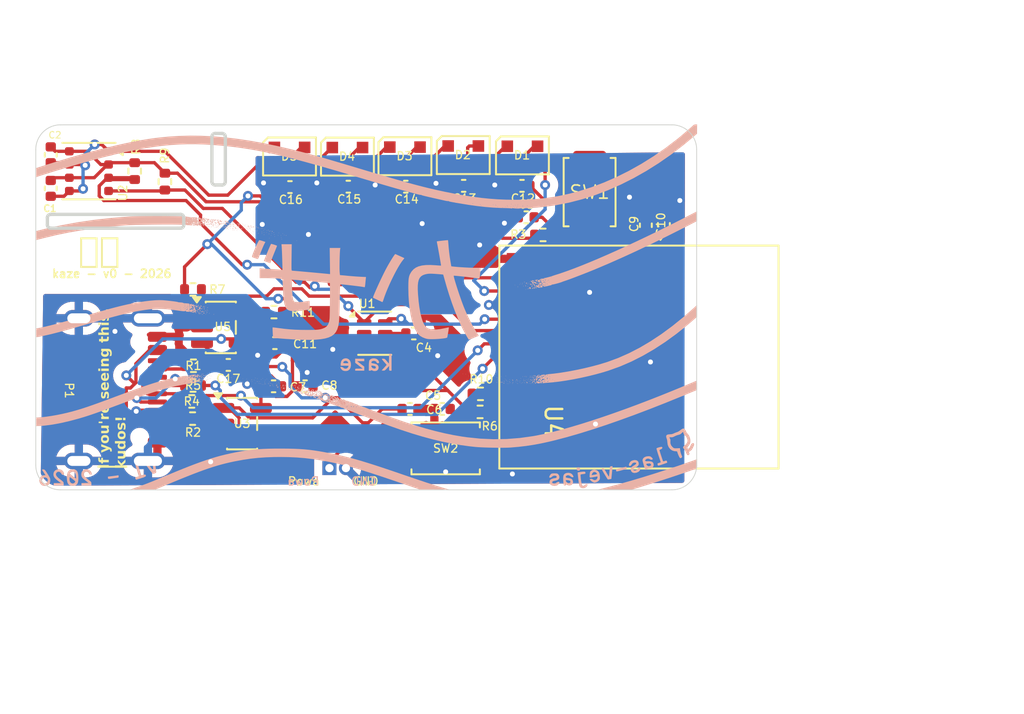
<source format=kicad_pcb>
(kicad_pcb (version 20241229) (generator "pcbnew") (generator_version "9.0")
  (layers (0 "F.Cu" signal) (2 "B.Cu" signal) (13 "F.Paste" user) (15 "B.Paste" user) (5 "F.SilkS" user "F.Silkscreen") (7 "B.SilkS" user "B.Silkscreen") (1 "F.Mask" user) (3 "B.Mask" user) (25 "Edge.Cuts" user))
  (net 0 "")
  (net 1 "+BATT")
  (net 2 "GND")
  (net 3 "+3V3")
  (net 4 "/STAT")
  (net 5 "+5V")
  (net 6 "/D-")
  (net 7 "Net-(P1-D--PadA7)")
  (net 8 "/D+")
  (net 9 "Net-(P1-D+-PadA6)")
  (net 10 "Net-(P1-CC2)")
  (net 11 "Net-(P1-CC1)")
  (net 12 "Net-(D1-DOUT)")
  (net 13 "/LED")
  (net 14 "Net-(D2-DOUT)")
  (net 15 "Net-(D3-DOUT)")
  (net 16 "Net-(D4-DOUT)")
  (net 18 "Net-(U4-IO8)")
  (net 19 "Net-(U5-PROG)")
  (net 25 "/IO3")
  (net 30 "/IO2")
  (net 39 "/boot")
  (net 42 "/SDA")
  (net 43 "/SCL")
  (net 44 "/EN")
  (footprint "Capacitor_SMD:C_0402_1005Metric" (layer "F.Cu") (at 157.6096 82.931)
    (property "Reference" "C17")
    (property "Value" "4.7uF")
  )
  (footprint "Capacitor_SMD:C_0402_1005Metric" (layer "F.Cu") (at 160.429 81.6102)
    (property "Reference" "C11")
    (property "Value" "4.7uF")
  )
  (footprint "Resistor_SMD:R_0402_1005Metric" (layer "F.Cu") (at 172.847 85.7758)
    (property "Reference" "R6")
    (property "Value" "10k")
  )
  (footprint "Capacitor_SMD:C_0402_1005Metric" (layer "F.Cu") (at 160.3502 84.2264)
    (property "Reference" "C7")
    (property "Value" "10uF")
  )
  (footprint "Resistor_SMD:R_0402_1005Metric" (layer "F.Cu") (at 155.448 86.1822)
    (property "Reference" "R2")
    (property "Value" "5.1k")
  )
  (footprint "Button_Switch_SMD:SW_Push_SPST_NO_Alps_SKRK" (layer "F.Cu") (at 179.4764 72.4662 -90)
    (property "Reference" "SW1")
    (property "Value" "SW_Push")
  )
  (footprint "LED_SMD:LED_WS2812B-2020_PLCC4_2.0x2.0mm" (layer "F.Cu") (at 175.4112 70.2388)
    (property "Reference" "D1")
    (property "Value" "WS2812B-2020")
  )
  (footprint "Resistor_SMD:R_0402_1005Metric" (layer "F.Cu") (at 155.4714 78.359)
    (property "Reference" "R7")
    (property "Value" "10k")
  )
  (footprint "LED_SMD:LED_WS2812B-2020_PLCC4_2.0x2.0mm" (layer "F.Cu") (at 171.8304 70.2222)
    (property "Reference" "D2")
    (property "Value" "WS2812B-2020")
  )
  (footprint "Capacitor_SMD:C_0402_1005Metric" (layer "F.Cu") (at 171.8538 72.0852 180)
    (property "Reference" "C13")
    (property "Value" "100nF")
  )
  (footprint "Resistor_SMD:R_0402_1005Metric" (layer "F.Cu") (at 151.9428 71.1942 90)
    (property "Reference" "R8")
    (property "Value" "4.7k")
  )
  (footprint "Capacitor_SMD:C_0402_1005Metric" (layer "F.Cu") (at 168.8338 81.026)
    (property "Reference" "C4")
    (property "Value" "1uF")
  )
  (footprint "Capacitor_SMD:C_0402_1005Metric" (layer "F.Cu") (at 182.88 74.4728 90)
    (property "Reference" "C10")
    (property "Value" "100nF")
  )
  (footprint "Connector_USB:USB_C_Receptacle_GCT_USB4105-xx-A_16P_TopMnt_Horizontal" (layer "F.Cu") (at 149.6396 84.4276 -90)
    (property "Reference" "P1")
    (property "Value" "USB_C_Plug_USB2.0")
  )
  (footprint "Resistor_SMD:R_0402_1005Metric" (layer "F.Cu") (at 153.7716 71.8292 90)
    (property "Reference" "R9")
    (property "Value" "4.7k")
  )
  (footprint "Package_TO_SOT_SMD:SOT-23-5" (layer "F.Cu") (at 158.4452 86.487)
    (property "Reference" "U3")
    (property "Value" "AP2112K-3.3")
  )
  (footprint "Package_TO_SOT_SMD:SOT-23-5" (layer "F.Cu") (at 157.1553 80.6602)
    (property "Reference" "U5")
    (property "Value" "MCP73831-2-OT")
  )
  (footprint "Resistor_SMD:R_0402_1005Metric" (layer "F.Cu") (at 155.4988 82.9818)
    (property "Reference" "R1")
    (property "Value" "5.1k")
  )
  (footprint "Capacitor_SMD:C_0402_1005Metric" (layer "F.Cu") (at 170.561 85.598 180)
    (property "Reference" "C5")
    (property "Value" "100nF")
  )
  (footprint "Capacitor_SMD:C_0402_1005Metric" (layer "F.Cu") (at 175.641 73.9902 180)
    (property "Reference" "C3")
    (property "Value" "1uF")
  )
  (footprint "RF_Module:ESP32-C6-MINI-1" (layer "F.Cu") (at 179.762 82.4546 -90)
    (property "Reference" "U4")
    (property "Value" "ESP32-C6-MINI-1")
  )
  (footprint "Resistor_SMD:R_0402_1005Metric" (layer "F.Cu") (at 155.3972 85.1408)
    (property "Reference" "R4")
    (property "Value" "22")
  )
  (footprint "LED_SMD:LED_WS2812B-2020_PLCC4_2.0x2.0mm" (layer "F.Cu") (at 164.8194 70.315)
    (property "Reference" "D4")
    (property "Value" "WS2812B-2020")
  )
  (footprint "Capacitor_SMD:C_0402_1005Metric" (layer "F.Cu") (at 175.3844 72.0852 180)
    (property "Reference" "C12")
    (property "Value" "100nF")
  )
  (footprint "LED_SMD:LED_WS2812B-2020_PLCC4_2.0x2.0mm" (layer "F.Cu") (at 168.2992 70.2896)
    (property "Reference" "D3")
    (property "Value" "WS2812B-2020")
  )
  (footprint "Resistor_SMD:R_0402_1005Metric" (layer "F.Cu") (at 160.3736 79.7306 180)
    (property "Reference" "R11")
    (property "Value" "2.4k")
  )
  (footprint "Capacitor_SMD:C_0402_1005Metric" (layer "F.Cu") (at 168.3512 72.136 180)
    (property "Reference" "C14")
    (property "Value" "100nF")
  )
  (footprint "LED_SMD:LED_WS2812B-2020_PLCC4_2.0x2.0mm" (layer "F.Cu") (at 161.3142 70.3072)
    (property "Reference" "D5")
    (property "Value" "WS2812B-2020")
  )
  (footprint "Connector_PinHeader_1.00mm:PinHeader_2x01_P1.00mm_Vertical" (layer "F.Cu") (at 163.7284 89.1794)
    (property "Reference" "J1" (hide yes))
    (property "Value" "Conn_01x02_Pin")
  )
  (footprint "Resistor_SMD:R_0402_1005Metric" (layer "F.Cu") (at 172.8724 84.6836)
    (property "Reference" "R10")
    (property "Value" "10k")
  )
  (footprint "Package_LGA:Bosch_LGA-8_3x3mm_P0.8mm_ClockwisePinNumbering" (layer "F.Cu") (at 149.1742 71.1942 -90)
    (property "Reference" "U2")
    (property "Value" "BME680")
  )
  (footprint "Capacitor_SMD:C_0402_1005Metric" (layer "F.Cu") (at 168.6052 85.598)
    (property "Reference" "C6")
    (property "Value" "10uF")
  )
  (footprint "Resistor_SMD:R_0402_1005Metric" (layer "F.Cu") (at 155.4734 84.1756)
    (property "Reference" "R5")
    (property "Value" "22")
  )
  (footprint "Resistor_SMD:R_0402_1005Metric" (layer "F.Cu") (at 176.657 75.057)
    (property "Reference" "R3")
    (property "Value" "10k")
  )
  (footprint "Button_Switch_SMD:SW_Push_SPST_NO_Alps_SKRK" (layer "F.Cu") (at 170.7642 87.9856)
    (property "Reference" "SW2")
    (property "Value" "SW_Push")
  )
  (footprint "OptoDevice:AMS_TSL25911FN" (layer "F.Cu") (at 166.4691 81.011)
    (property "Reference" "U1")
    (property "Value" "TSL25911FN")
  )
  (footprint "Capacitor_SMD:C_0402_1005Metric" (layer "F.Cu") (at 162.2552 84.2264)
    (property "Reference" "C8")
    (property "Value" "100nF")
  )
  (footprint "Capacitor_SMD:C_0402_1005Metric" (layer "F.Cu") (at 183.9722 74.4448 90)
    (property "Reference" "C9")
    (property "Value" "22uf")
  )
  (footprint "Capacitor_SMD:C_0402_1005Metric" (layer "F.Cu") (at 164.8714 72.136 180)
    (property "Reference" "C15")
    (property "Value" "100nF")
  )
  (footprint "Capacitor_SMD:C_0402_1005Metric" (layer "F.Cu") (at 161.3408 72.1614 180)
    (property "Reference" "C16")
    (property "Value" "100nF")
  )
  (footprint "Capacitor_SMD:C_0402_1005Metric" (layer "F.Cu") (at 146.8628 72.2376 -90)
    (property "Reference" "C1")
    (property "Value" "100nF")
  )
  (footprint "Capacitor_SMD:C_0402_1005Metric" (layer "F.Cu") (at 146.8628 70.2056 -90)
    (property "Reference" "C2")
    (property "Value" "100nF")
  )
  (footprint "LOGO" (layer "B.Cu") (at 165.9636 79.4258 180)
    (property "Reference" "G***" (hide yes))
    (property "Value" "LOGO" (hide yes))
  )
  (gr_line (start 145.9563 88.998) (end 145.9563 69.8898) (stroke (width 0.05)) (layer "Edge.Cuts"))
  (gr_line (start 185.9563 69.8898) (end 185.9563 88.998) (stroke (width 0.05)) (layer "Edge.Cuts"))
  (gr_line (start 156.6164 71.8344) (end 156.6164 69.1102) (stroke (width 0.2)) (layer "Edge.Cuts"))
  (gr_arc (start 145.9563 69.8898) (mid 146.39564 68.82914) (end 147.4563 68.3898) (stroke (width 0.05)) (layer "Edge.Cuts"))
  (gr_line (start 146.6596 74.4506) (end 146.6596 74.0124) (stroke (width 0.2)) (layer "Edge.Cuts"))
  (gr_arc (start 154.9146 74.4506) (mid 154.856021 74.592021) (end 154.7146 74.6506) (stroke (width 0.2)) (layer "Edge.Cuts"))
  (gr_line (start 157.4292 69.1102) (end 157.4292 71.8344) (stroke (width 0.2)) (layer "Edge.Cuts"))
  (gr_line (start 154.7146 74.6506) (end 146.8596 74.6506) (stroke (width 0.2)) (layer "Edge.Cuts"))
  (gr_line (start 154.9146 74.0124) (end 154.9146 74.4506) (stroke (width 0.2)) (layer "Edge.Cuts"))
  (gr_line (start 156.8164 68.9102) (end 157.2292 68.9102) (stroke (width 0.2)) (layer "Edge.Cuts"))
  (gr_arc (start 146.6596 74.0124) (mid 146.718179 73.870979) (end 146.8596 73.8124) (stroke (width 0.2)) (layer "Edge.Cuts"))
  (gr_line (start 184.4563 90.498) (end 147.4563 90.498) (stroke (width 0.05)) (layer "Edge.Cuts"))
  (gr_arc (start 147.4563 90.498) (mid 146.39564 90.05866) (end 145.9563 88.998) (stroke (width 0.05)) (layer "Edge.Cuts"))
  (gr_arc (start 157.2292 68.9102) (mid 157.370621 68.968779) (end 157.4292 69.1102) (stroke (width 0.2)) (layer "Edge.Cuts"))
  (gr_arc (start 185.9563 88.998) (mid 185.51696 90.05866) (end 184.4563 90.498) (stroke (width 0.05)) (layer "Edge.Cuts"))
  (gr_arc (start 146.8596 74.6506) (mid 146.718179 74.592021) (end 146.6596 74.4506) (stroke (width 0.2)) (layer "Edge.Cuts"))
  (gr_arc (start 157.4292 71.8344) (mid 157.370621 71.975821) (end 157.2292 72.0344) (stroke (width 0.2)) (layer "Edge.Cuts"))
  (gr_arc (start 184.4563 68.3898) (mid 185.51696 68.82914) (end 185.9563 69.8898) (stroke (width 0.05)) (layer "Edge.Cuts"))
  (gr_arc (start 154.7146 73.8124) (mid 154.856021 73.870979) (end 154.9146 74.0124) (stroke (width 0.2)) (layer "Edge.Cuts"))
  (gr_arc (start 156.6164 69.1102) (mid 156.674979 68.968779) (end 156.8164 68.9102) (stroke (width 0.2)) (layer "Edge.Cuts"))
  (gr_line (start 147.4563 68.3898) (end 184.4563 68.3898) (stroke (width 0.05)) (layer "Edge.Cuts"))
  (gr_line (start 146.8596 73.8124) (end 154.7146 73.8124) (stroke (width 0.2)) (layer "Edge.Cuts"))
  (gr_arc (start 156.8164 72.0344) (mid 156.674979 71.975821) (end 156.6164 71.8344) (stroke (width 0.2)) (layer "Edge.Cuts"))
  (gr_line (start 157.2292 72.0344) (end 156.8164 72.0344) (stroke (width 0.2)) (layer "Edge.Cuts"))
  (gr_text "If you're seeing this, \nkudos!" (at 151.4856 89.2302 90) (layer "F.SilkS") (effects (font (size 0.6 0.6) (thickness 0.15) (bold yes)) (justify left bottom)))
  (gr_text "かぜ" (at 148.5392 76.9366 0) (layer "F.SilkS") (effects (font (size 1.5 1.5) (thickness 0.3) (bold yes)) (justify left bottom)))
  (gr_text "kaze - v0 - 2026" (at 146.8882 77.6986 0) (layer "F.SilkS") (effects (font (size 0.5 0.5) (thickness 0.1) (bold yes)) (justify left bottom)))
  (segment (start 165.735 86.4362) (end 166.084 86.4362) (width 0.2) (layer "F.Cu") (net 1))
  (segment (start 163.9316 84.9218) (end 164.2206 84.9218) (width 0.2) (layer "F.Cu") (net 1))
  (segment (start 168.1252 85.598) (end 166.9222 85.598) (width 0.2) (layer "F.Cu") (net 1))
  (segment (start 157.7406 83.542) (end 158.4438 83.542) (width 0.2) (layer "F.Cu") (net 1))
  (segment (start 157.1296 82.931) (end 157.7406 83.542) (width 0.2) (layer "F.Cu") (net 1))
  (segment (start 157.662168 85.537) (end 158.2712 86.146032) (width 0.2) (layer "F.Cu") (net 1))
  (segment (start 163.7284 88.7918) (end 166.084 86.4362) (width 0.2) (layer "F.Cu") (net 1))
  (segment (start 163.7284 89.1794) (end 163.7284 88.7918) (width 0.2) (layer "F.Cu") (net 1))
  (segment (start 163.4744 84.9218) (end 163.9316 84.9218) (width 0.2) (layer "F.Cu") (net 1))
  (segment (start 157.970199 87.437) (end 157.3077 87.437) (width 0.2) (layer "F.Cu") (net 1))
  (segment (start 166.9222 85.598) (end 166.084 86.4362) (width 0.2) (layer "F.Cu") (net 1))
  (segment (start 164.2206 84.9218) (end 165.735 86.4362) (width 0.2) (layer "F.Cu") (net 1))
  (segment (start 158.4438 83.542) (end 158.9532 83.0326) (width 0.2) (layer "F.Cu") (net 1))
  (segment (start 158.9532 83.0326) (end 160.857204 83.0326) (width 0.2) (layer "F.Cu") (net 1))
  (segment (start 157.3077 85.537) (end 157.662168 85.537) (width 0.2) (layer "F.Cu") (net 1))
  (segment (start 157.1296 82.931) (end 157.1296 82.722) (width 0.2) (layer "F.Cu") (net 1))
  (segment (start 158.2712 86.146032) (end 158.2712 87.135999) (width 0.2) (layer "F.Cu") (net 1))
  (segment (start 158.278232 85.537) (end 158.879232 86.138) (width 0.2) (layer "F.Cu") (net 1))
  (segment (start 157.1296 82.722) (end 156.0178 81.6102) (width 0.2) (layer "F.Cu") (net 1))
  (segment (start 157.3077 85.537) (end 158.278232 85.537) (width 0.2) (layer "F.Cu") (net 1))
  (segment (start 158.2712 87.135999) (end 157.970199 87.437) (width 0.2) (layer "F.Cu") (net 1))
  (segment (start 162.7154 86.138) (end 163.9316 84.9218) (width 0.2) (layer "F.Cu") (net 1))
  (segment (start 158.879232 86.138) (end 162.7154 86.138) (width 0.2) (layer "F.Cu") (net 1))
  (segment (start 160.857204 83.0326) (end 160.874432 83.049828) (width 0.2) (layer "F.Cu") (net 1))
  (via (at 160.874432 83.049828) (size 0.6) (drill 0.3) (layers "F.Cu" "B.Cu") (net 1))
  (via (at 163.4744 84.9218) (size 0.6) (drill 0.3) (layers "F.Cu" "B.Cu") (net 1))
  (segment (start 162.052 84.9218) (end 161.349404 84.219204) (width 0.2) (layer "B.Cu") (net 1))
  (segment (start 161.349404 84.219204) (end 161.349404 83.5248) (width 0.2) (layer "B.Cu") (net 1))
  (segment (start 161.349404 83.5248) (end 160.874432 83.049828) (width 0.2) (layer "B.Cu") (net 1))
  (segment (start 163.4744 84.9218) (end 162.052 84.9218) (width 0.2) (layer "B.Cu") (net 1))
  (segment (start 160.3992 70.8572) (end 160.3992 71.6998) (width 0.2) (layer "F.Cu") (net 2))
  (segment (start 155.958 88.2162) (end 156.5402 88.7984) (width 0.2) (layer "F.Cu") (net 2))
  (segment (start 162.3822 83.8734) (end 162.7352 84.2264) (width 0.2) (layer "F.Cu") (net 2))
  (segment (start 155.958 86.1822) (end 155.958 88.2162) (width 0.2) (layer "F.Cu") (net 2))
  (segment (start 153.9234 82.6776) (end 154.559 82.042) (width 0.2) (layer "F.Cu") (net 2))
  (segment (start 167.3842 71.649) (end 167.8712 72.136) (width 0.2) (layer "F.Cu") (net 2))
  (segment (start 150.3617 69.9942) (end 153.7717 69.9942) (width 0.2) (layer "F.Cu") (net 2))
  (segment (start 160.909 82.042) (end 160.909 81.6102) (width 0.2) (layer "F.Cu") (net 2))
  (segment (start 175.9524 79.2546) (end 175.9712 79.2734) (width 0.2) (layer "F.Cu") (net 2))
  (segment (start 174.4962 70.7888) (end 174.4962 71.677) (width 0.2) (layer "F.Cu") (net 2))
  (segment (start 159.2422 83.5914) (end 158.75 84.0836) (width 0.2) (layer "F.Cu") (net 2))
  (segment (start 160.909 79.756) (end 160.8836 79.7306) (width 0.2) (layer "F.Cu") (net 2))
  (segment (start 170.9154 70.7722) (end 170.9154 71.6268) (width 0.2) (layer "F.Cu") (net 2))
  (segment (start 149.946185 69.578685) (end 150.3617 69.9942) (width 0.2) (layer "F.Cu") (net 2))
  (segment (start 174.862 79.2546) (end 173.4246 79.2546) (width 0.2) (layer "F.Cu") (net 2))
  (segment (start 154.2546 81.2276) (end 153.3196 81.2276) (width 0.2) (layer "F.Cu") (net 2))
  (segment (start 157.3077 86.487) (end 156.2628 86.487) (width 0.2) (layer "F.Cu") (net 2))
  (segment (start 148.8992 70.7942) (end 148.9456 70.8406) (width 0.2) (layer "F.Cu") (net 2))
  (segment (start 157.5762 72.6494) (end 159.3684 70.8572) (width 0.2) (layer "F.Cu") (net 2))
  (segment (start 153.3196 82.6776) (end 153.9234 82.6776) (width 0.2) (layer "F.Cu") (net 2))
  (segment (start 159.3684 70.8572) (end 160.3992 70.8572) (width 0.2) (layer "F.Cu") (net 2))
  (segment (start 167.3842 70.8396) (end 167.3842 71.649) (width 0.2) (layer "F.Cu") (net 2))
  (segment (start 174.862 76.5546) (end 174.812 76.5046) (width 0.2) (layer "F.Cu") (net 2))
  (segment (start 148.6874 72.3942) (end 148.8186 72.263) (width 0.2) (layer "F.Cu") (net 2))
  (segment (start 153.3196 85.6776) (end 152.094035 85.6776) (width 0.2) (layer "F.Cu") (net 2))
  (segment (start 153.7717 69.9942) (end 156.4269 72.6494) (width 0.2) (layer "F.Cu") (net 2))
  (segment (start 147.9867 70.7942) (end 148.8992 70.7942) (width 0.2) (layer "F.Cu") (net 2))
  (segment (start 175.762 77.2608) (end 176.2506 77.7494) (width 0.2) (layer "F.Cu") (net 2))
  (segment (start 159.4866 82.4484) (end 160.5026 82.4484) (width 0.2) (layer "F.Cu") (net 2))
  (segment (start 163.9044 71.649) (end 164.3914 72.136) (width 0.2) (layer "F.Cu") (net 2))
  (segment (start 175.762 76.5546) (end 174.862 76.5546) (width 0.2) (layer "F.Cu") (net 2))
  (segment (start 160.8302 84.2264) (end 160.1952 83.5914) (width 0.2) (layer "F.Cu") (net 2))
  (segment (start 156.2628 86.487) (end 155.958 86.1822) (width 0.2) (layer "F.Cu") (net 2))
  (segment (start 146.8628 70.6856) (end 147.8781 70.6856) (width 0.2) (layer "F.Cu") (net 2))
  (segment (start 174.812 89.5258) (end 174.8028 89.535) (width 0.2) (layer "F.Cu") (net 2))
  (segment (start 175.762 76.5546) (end 175.762 77.2608) (width 0.2) (layer "F.Cu") (net 2))
  (segment (start 149.521715 69.578685) (end 149.946185 69.578685) (width 0.2) (layer "F.Cu") (net 2))
  (segment (start 173.4246 79.2546) (end 173.3804 79.2988) (width 0.2) (layer "F.Cu") (net 2))
  (segment (start 170.9154 71.6268) (end 171.3738 72.0852) (width 0.2) (layer "F.Cu") (net 2))
  (segment (start 160.3992 71.6998) (end 160.8608 72.1614) (width 0.2) (layer "F.Cu") (net 2))
  (segment (start 174.862 79.2546) (end 175.9524 79.2546) (width 0.2) (layer "F.Cu") (net 2))
  (segment (start 159.385 82.3468) (end 159.4866 82.4484) (width 0.2) (layer "F.Cu") (net 2))
  (segment (start 163.9044 70.865) (end 163.9044 71.649) (width 0.2) (layer "F.Cu") (net 2))
  (segment (start 160.5026 82.4484) (end 160.909 82.042) (width 0.2) (layer "F.Cu") (net 2))
  (segment (start 156.4269 72.6494) (end 157.5762 72.6494) (width 0.2) (layer "F.Cu") (net 2))
  (segment (start 174.4962 71.677) (end 174.9044 72.0852) (width 0.2) (layer "F.Cu") (net 2))
  (segment (start 158.6738 82.3468) (end 159.385 82.3468) (width 0.2) (layer "F.Cu") (net 2))
  (segment (start 175.161 73.9902) (end 174.6758 73.9902) (width 0.2) (layer "F.Cu") (net 2))
  (segment (start 147.9867 72.3942) (end 148.6874 72.3942) (width 0.2) (layer "F.Cu") (net 2))
  (segment (start 160.909 81.6102) (end 160.909 79.756) (width 0.2) (layer "F.Cu") (net 2))
  (segment (start 158.0896 82.931) (end 158.6738 82.3468) (width 0.2) (layer "F.Cu") (net 2))
  (segment (start 156.0088 82.9818) (end 154.2546 81.2276) (width 0.2) (layer "F.Cu") (net 2))
  (segment (start 162.3822 83.3882) (end 162.3822 83.8734) (width 0.2) (layer "F.Cu") (net 2))
  (segment (start 147.8781 70.6856) (end 147.9867 70.7942) (width 0.2) (layer "F.Cu") (net 2))
  (segment (start 152.094035 85.6776) (end 152.0348 85.736835) (width 0.2) (layer "F.Cu") (net 2))
  (segment (start 174.812 88.4046) (end 174.812 89.5258) (width 0.2) (layer "F.Cu") (net 2))
  (segment (start 160.1952 83.5914) (end 159.2422 83.5914) (width 0.2) (layer "F.Cu") (net 2))
  (segment (start 146.8628 72.7176) (end 147.6633 72.7176) (width 0.2) (layer "F.Cu") (net 2))
  (segment (start 147.6633 72.7176) (end 147.9867 72.3942) (width 0.2) (layer "F.Cu") (net 2))
  (segment (start 174.6758 73.9902) (end 174.3202 74.3458) (width 0.2) (layer "F.Cu") (net 2))
  (via (at 181.8894 72.771) (size 0.6) (drill 0.3) (layers "F.Cu" "B.Cu") (net 2))
  (via (at 170.7642 89.408) (size 0.6) (drill 0.3) (layers "F.Cu" "B.Cu") (net 2))
  (via (at 170.18 71.9328) (size 0.6) (drill 0.3) (layers "F.Cu" "B.Cu") (net 2))
  (via (at 158.75 84.0836) (size 0.6) (drill 0.3) (layers "F.Cu" "B.Cu") (net 2))
  (via (at 162.4584 75.0316) (size 0.6) (drill 0.3) (layers "F.Cu" "B.Cu") (net 2))
  (via (at 152.0348 85.736835) (size 0.6) (drill 0.3) (layers "F.Cu" "B.Cu") (net 2))
  (via (at 150.749 80.899) (size 0.6) (drill 0.3) (layers "F.Cu" "B.Cu") (net 2))
  (via (at 169.3418 74.3712) (size 0.6) (drill 0.3) (layers "F.Cu" "B.Cu") (net 2))
  (via (at 173.3804 79.2988) (size 0.6) (drill 0.3) (layers "F.Cu" "B.Cu") (net 2))
  (via (at 166.497 72.0344) (size 0.6) (drill 0.3) (layers "F.Cu" "B.Cu") (net 2))
  (via (at 159.385 82.3468) (size 0.6) (drill 0.3) (layers "F.Cu" "B.Cu") (net 2))
  (via (at 179.4764 78.5368) (size 0.6) (drill 0.3) (layers "F.Cu" "B.Cu") (net 2))
  (via (at 170.2816 82.3722) (size 0.6) (drill 0.3) (layers "F.Cu" "B.Cu") (net 2))
  (via (at 174.8028 89.535) (size 0.6) (drill 0.3) (layers "F.Cu" "B.Cu") (net 2))
  (via (at 163.9316 81.9912) (size 0.6) (drill 0.3) (layers "F.Cu" "B.Cu") (net 2))
  (via (at 183.1594 82.7532) (size 0.6) (drill 0.3) (layers "F.Cu" "B.Cu") (net 2))
  (via (at 159.6644 74.422) (size 0.6) (drill 0.3) (layers "F.Cu" "B.Cu") (net 2))
  (via (at 174.3202 74.3458) (size 0.6) (drill 0.3) (layers "F.Cu" "B.Cu") (net 2))
  (via (at 148.9456 70.8406) (size 0.6) (drill 0.3) (layers "F.Cu" "B.Cu") (net 2))
  (via (at 162.3822 83.3882) (size 0.6) (drill 0.3) (layers "F.Cu" "B.Cu") (net 2))
  (via (at 184.9374 72.9742) (size 0.6) (drill 0.3) (layers "F.Cu" "B.Cu") (net 2))
  (via (at 173.736 72.0344) (size 0.6) (drill 0.3) (layers "F.Cu" "B.Cu") (net 2))
  (via (at 149.521715 69.578685) (size 0.6) (drill 0.3) (layers "F.Cu" "B.Cu") (net 2))
  (via (at 162.9664 71.9074) (size 0.6) (drill 0.3) (layers "F.Cu" "B.Cu") (net 2))
  (via (at 179.832 86.5124) (size 0.6) (drill 0.3) (layers "F.Cu" "B.Cu") (net 2))
  (via (at 156.5402 88.7984) (size 0.6) (drill 0.3) (layers "F.Cu" "B.Cu") (net 2))
  (via (at 159.7406 71.9074) (size 0.6) (drill 0.3) (layers "F.Cu" "B.Cu") (net 2))
  (via (at 172.8216 75.6666) (size 0.6) (drill 0.3) (layers "F.Cu" "B.Cu") (net 2))
  (via (at 148.8186 72.263) (size 0.6) (drill 0.3) (layers "F.Cu" "B.Cu") (net 2))
  (segment (start 148.9456 70.1548) (end 149.521715 69.578685) (width 0.2) (layer "B.Cu") (net 2))
  (segment (start 148.8186 72.263) (end 148.8186 70.9676) (width 0.2) (layer "B.Cu") (net 2))
  (segment (start 148.8186 70.9676) (end 148.9456 70.8406) (width 0.2) (layer "B.Cu") (net 2))
  (segment (start 159.385 83.4486) (end 158.75 84.0836) (width 0.2) (layer "B.Cu") (net 2))
  (segment (start 159.385 82.3468) (end 159.385 83.4486) (width 0.2) (layer "B.Cu") (net 2))
  (segment (start 148.9456 70.8406) (end 148.9456 70.1548) (width 0.2) (layer "B.Cu") (net 2))
  (segment (start 172.3624 84.6836) (end 172.3624 85.7504) (width 0.2) (layer "F.Cu") (net 3))
  (segment (start 172.3338 72.0852) (end 173.172 72.9234) (width 0.2) (layer "F.Cu") (net 3))
  (segment (start 175.0262 72.9234) (end 175.8644 72.0852) (width 0.2) (layer "F.Cu") (net 3))
  (segment (start 171.7228 72.6962) (end 172.3338 72.0852) (width 0.2) (layer "F.Cu") (net 3))
  (segment (start 161.5782 71.9188) (end 161.8208 72.1614) (width 0.2) (layer "F.Cu") (net 3))
  (segment (start 165.0834 70.214) (end 165.0834 71.868) (width 0.2) (layer "F.Cu") (net 3))
  (segment (start 183.9442 74.9528) (end 183.9722 74.9248) (width 0.2) (layer "F.Cu") (net 3))
  (segment (start 161.4932 82.677) (end 161.49 82.6738) (width 0.2) (layer "F.Cu") (net 3))
  (segment (start 161.7752 84.2264) (end 161.4932 83.9444) (width 0.2) (layer "F.Cu") (net 3))
  (segment (start 159.5374 72.6948) (end 159.893 73.0504) (width 0.2) (layer "F.Cu") (net 3))
  (segment (start 172.7454 69.6722) (end 172.1954 69.6722) (width 0.2) (layer "F.Cu") (net 3))
  (segment (start 170.8912 84.4804) (end 164.5158 84.4804) (width 0.2) (layer "F.Cu") (net 3))
  (segment (start 161.8208 72.1614) (end 162.7098 73.0504) (width 0.2) (layer "F.Cu") (net 3))
  (segment (start 168.3538 81.943) (end 170.8912 84.4804) (width 0.2) (layer "F.Cu") (net 3))
  (segment (start 172.0944 71.8458) (end 172.3338 72.0852) (width 0.2) (layer "F.Cu") (net 3))
  (segment (start 168.5632 71.868) (end 168.8312 72.136) (width 0.2) (layer "F.Cu") (net 3))
  (segment (start 149.0887 69.9942) (end 149.8887 70.7942) (width 0.2) (layer "F.Cu") (net 3))
  (segment (start 161.49 79.3798) (end 161.49 82.6738) (width 0.2) (layer "F.Cu") (net 3))
  (segment (start 168.1454 72.8218) (end 168.8312 72.136) (width 0.2) (layer "F.Cu") (net 3))
  (segment (start 182.88 74.9528) (end 182.8266 74.9528) (width 0.2) (layer "F.Cu") (net 3))
  (segment (start 164.5158 84.4804) (end 162.7092 82.6738) (width 0.2) (layer "F.Cu") (net 3))
  (segment (start 173.7106 74.7776) (end 173.7106 73.773343) (width 0.2) (layer "F.Cu") (net 3))
  (segment (start 168.8312 72.136) (end 169.3914 72.6962) (width 0.2) (layer "F.Cu") (net 3))
  (segment (start 147.1314 69.9942) (end 146.8628 69.7256) (width 0.2) (layer "F.Cu") (net 3))
  (segment (start 172.0944 69.7732) (end 172.0944 71.8458) (width 0.2) (layer "F.Cu") (net 3))
  (segment (start 147.9867 71.5942) (end 147.0262 71.5942) (width 0.2) (layer "F.Cu") (net 3))
  (segment (start 175.6752 71.896) (end 175.8644 72.0852) (width 0.2) (layer "F.Cu") (net 3))
  (segment (start 156.2608 73.0504) (end 159.893 73.0504) (width 0.2) (layer "F.Cu") (net 3))
  (segment (start 158.8008 72.6948) (end 159.5374 72.6948) (width 0.2) (layer "F.Cu") (net 3))
  (segment (start 182.8266 74.9528) (end 182.162 75.6174) (width 0.2) (layer "F.Cu") (net 3))
  (segment (start 168.3538 81.026) (end 167.1216 81.026) (width 0.2) (layer "F.Cu") (net 3))
  (segment (start 161.5782 70.2062) (end 161.5782 71.9188) (width 0.2) (layer "F.Cu") (net 3))
  (segment (start 169.0122 69.7396) (end 168.5632 70.1886) (width 0.2) (layer "F.Cu") (net 3))
  (segment (start 161.032293 78.922093) (end 161.49 79.3798) (width 0.2) (layer "F.Cu") (net 3))
  (segment (start 174.1932 75.2602) (end 173.7106 74.7776) (width 0.2) (layer "F.Cu") (net 3))
  (segment (start 153.1366 70.6842) (end 153.7716 71.3192) (width 0.2) (layer "F.Cu") (net 3))
  (segment (start 162.7098 73.0504) (end 162.7632 73.0504) (width 0.2) (layer "F.Cu") (net 3))
  (segment (start 169.3914 72.6962) (end 171.7228 72.6962) (width 0.2) (layer "F.Cu") (net 3))
  (segment (start 172.1866 85.7758) (end 170.8912 84.4804) (width 0.2) (layer "F.Cu") (net 3))
  (segment (start 159.893 73.0504) (end 162.7632 73.0504) (width 0.2) (layer "F.Cu") (net 3))
  (segment (start 159.5827 85.537) (end 159.5827 84.5139) (width 0.2) (layer "F.Cu") (net 3))
  (segment (start 168.3538 81.026) (end 168.3538 81.943) (width 0.2) (layer "F.Cu") (net 3))
  (segment (start 150.293282 70.7942) (end 150.3617 70.7942) (width 0.2) (layer "F.Cu") (net 3))
  (segment (start 176.8022 73.023) (end 177.1142 73.023) (width 0.2) (layer "F.Cu") (net 3))
  (segment (start 162.7092 82.6738) (end 161.49 82.6738) (width 0.2) (layer "F.Cu") (net 3))
  (segment (start 147.9867 69.9942) (end 147.1314 69.9942) (width 0.2) (layer "F.Cu") (net 3))
  (segment (start 168.5632 70.1886) (end 168.5632 71.868) (width 0.2) (layer "F.Cu") (net 3))
  (segment (start 154.5296 71.3192) (end 156.2608 73.0504) (width 0.2) (layer "F.Cu") (net 3))
  (segment (start 159.5827 84.5139) (end 159.8702 84.2264) (width 0.2) (layer "F.Cu") (net 3))
  (segment (start 162.0272 69.7572) (end 161.5782 70.2062) (width 0.2) (layer "F.Cu") (net 3))
  (segment (start 174.371 72.9234) (end 174.5782 72.9234) (width 0.2) (layer "F.Cu") (net 3))
  (segment (start 173.172 72.9234) (end 175.0262 72.9234) (width 0.2) (layer "F.Cu") (net 3))
  (segment (start 159.8702 84.2264) (end 160.4812 84.8374) (width 0.2) (layer "F.Cu") (net 3))
  (segment (start 149.493282 71.5942) (end 150.293282 70.7942) (width 0.2) (layer "F.Cu") (net 3))
  (segment (start 175.9438 75.2602) (end 174.1932 75.2602) (width 0.2) (layer "F.Cu") (net 3))
  (segment (start 176.1242 69.6888) (end 175.6752 70.1378) (width 0.2) (layer "F.Cu") (net 3))
  (segment (start 161.4932 83.9444) (end 161.4932 82.677) (width 0.2) (layer "F.Cu") (net 3))
  (segment (start 169.2142 69.7396) (end 169.0122 69.7396) (width 0.2) (layer "F.Cu") (net 3))
  (segment (start 175.6752 70.1378) (end 175.6752 71.896) (width 0.2) (layer "F.Cu") (net 3))
  (segment (start 165.3514 72.136) (end 166.0372 72.8218) (width 0.2) (layer "F.Cu") (net 3))
  (segment (start 165.7344 69.765) (end 165.5324 69.765) (width 0.2) (layer "F.Cu") (net 3))
  (segment (start 151.9428 70.6842) (end 150.4717 70.6842) (width 0.2) (layer "F.Cu") (net 3))
  (segment (start 154.9614 76.9914) (end 156.337 75.6158) (width 0.2) (layer "F.Cu") (net 3))
  (segment (start 167.1216 81.026) (end 167.1066 81.011) (width 0.2) (layer "F.Cu") (net 3))
  (segment (start 147.9867 69.9942) (end 149.0887 69.9942) (width 0.2) (layer "F.Cu") (net 3))
  (segment (start 173.7106 73.773343) (end 173.976343 73.5076) (width 0.2) (layer "F.Cu") (net 3))
  (segment (start 172.1954 69.6722) (end 172.0944 69.7732) (width 0.2) (layer "F.Cu") (net 3))
  (segment (start 173.976343 73.5076) (end 173.976343 73.318057) (width 0.2) (layer "F.Cu") (net 3))
  (segment (start 161.1642 84.8374) (end 161.7752 84.2264) (width 0.2) (layer "F.Cu") (net 3))
  (segment (start 175.8644 72.0852) (end 176.8022 73.023) (width 0.2) (layer "F.Cu") (net 3))
  (segment (start 173.976343 73.318057) (end 174.371 72.9234) (width 0.2) (layer "F.Cu") (net 3))
  (segment (start 147.9867 71.5942) (end 149.493282 71.5942) (width 0.2) (layer "F.Cu") (net 3))
  (segment (start 182.781 74.9528) (end 182.88 74.9528) (width 0.2) (layer "F.Cu") (net 3))
  (segment (start 182.88 74.9528) (end 183.9442 74.9528) (width 0.2) (layer "F.Cu") (net 3))
  (segment (start 172.3624 85.7504) (end 172.337 85.7758) (width 0.2) (layer "F.Cu") (net 3))
  (segment (start 154.9614 78.359) (end 154.9614 76.9914) (width 0.2) (layer "F.Cu") (net 3))
  (segment (start 164.437 73.0504) (end 165.3514 72.136) (width 0.2) (layer "F.Cu") (net 3))
  (segment (start 153.7716 71.3192) (end 154.5296 71.3192) (width 0.2) (layer "F.Cu") (net 3))
  (segment (start 151.9428 70.6842) (end 153.1366 70.6842) (width 0.2) (layer "F.Cu") (net 3))
  (segment (start 182.162 76.5546) (end 182.162 75.6174) (width 0.2) (layer "F.Cu") (net 3))
  (segment (start 165.0834 71.868) (end 165.3514 72.136) (width 0.2) (layer "F.Cu") (net 3))
  (segment (start 162.7632 73.0504) (end 164.437 73.0504) (width 0.2) (layer "F.Cu") (net 3))
  (segment (start 147.0262 71.5942) (end 146.8628 71.7576) (width 0.2) (layer "F.Cu") (net 3))
  (segment (start 160.628279 78.922093) (end 161.032293 78.922093) (width 0.2) (layer "F.Cu") (net 3))
  (segment (start 162.2292 69.7572) (end 162.0272 69.7572) (width 0.2) (layer "F.Cu") (net 3))
  (segment (start 150.4717 70.6842) (end 150.3617 70.7942) (width 0.2) (layer "F.Cu") (net 3))
  (segment (start 172.337 85.7758) (end 172.1866 85.7758) (width 0.2) (layer "F.Cu") (net 3))
  (segment (start 160.4812 84.8374) (end 161.1642 84.8374) (width 0.2) (layer "F.Cu") (net 3))
  (segment (start 149.8887 70.7942) (end 150.3617 70.7942) (width 0.2) (layer "F.Cu") (net 3))
  (segment (start 176.147 75.057) (end 175.9438 75.2602) (width 0.2) (layer "F.Cu") (net 3))
  (segment (start 177.1142 73.023) (end 180.8512 73.023) (width 0.2) (layer "F.Cu") (net 3))
  (segment (start 176.3262 69.6888) (end 176.1242 69.6888) (width 0.2) (layer "F.Cu") (net 3))
  (segment (start 166.0372 72.8218) (end 168.1454 72.8218) (width 0.2) (layer "F.Cu") (net 3))
  (segment (start 165.5324 69.765) (end 165.0834 70.214) (width 0.2) (layer "F.Cu") (net 3))
  (segment (start 180.8512 73.023) (end 182.781 74.9528) (width 0.2) (layer "F.Cu") (net 3))
  (via (at 158.8008 72.6948) (size 0.6) (drill 0.3) (layers "F.Cu" "B.Cu") (net 3))
  (via (at 156.337 75.6158) (size 0.6) (drill 0.3) (layers "F.Cu" "B.Cu") (net 3))
  (via (at 160.628279 78.922093) (size 0.6) (drill 0.3) (layers "F.Cu" "B.Cu") (net 3))
  (segment (start 160.628279 78.922093) (end 159.897293 78.922093) (width 0.2) (layer "B.Cu") (net 3))
  (segment (start 158.8008 72.6948) (end 158.3944 73.1012) (width 0.2) (layer "B.Cu") (net 3))
  (segment (start 158.3944 73.5584) (end 156.337 75.6158) (width 0.2) (layer "B.Cu") (net 3))
  (segment (start 159.897293 78.922093) (end 156.591 75.6158) (width 0.2) (layer "B.Cu") (net 3))
  (segment (start 158.3944 73.1012) (end 158.3944 73.5584) (width 0.2) (layer "B.Cu") (net 3))
  (segment (start 156.591 75.6158) (end 156.337 75.6158) (width 0.2) (layer "B.Cu") (net 3))
  (segment (start 174.862 77.6546) (end 171.3416 77.6546) (width 0.2) (layer "F.Cu") (net 4))
  (segment (start 162.5006 78.7654) (end 162.056293 78.321093) (width 0.2) (layer "F.Cu") (net 4))
  (segment (start 170.2308 78.7654) (end 162.5006 78.7654) (width 0.2) (layer "F.Cu") (net 4))
  (segment (start 155.9814 78.359) (end 155.9814 79.6738) (width 0.2) (layer "F.Cu") (net 4))
  (segment (start 160.379336 78.321093) (end 159.935029 78.7654) (width 0.2) (layer "F.Cu") (net 4))
  (segment (start 162.056293 78.321093) (end 160.379336 78.321093) (width 0.2) (layer "F.Cu") (net 4))
  (segment (start 159.935029 78.7654) (end 156.9626 78.7654) (width 0.2) (layer "F.Cu") (net 4))
  (segment (start 156.9626 78.7654) (end 156.0178 79.7102) (width 0.2) (layer "F.Cu") (net 4))
  (segment (start 155.9814 79.6738) (end 156.0178 79.7102) (width 0.2) (layer "F.Cu") (net 4))
  (segment (start 171.3416 77.6546) (end 170.2308 78.7654) (width 0.2) (layer "F.Cu") (net 4))
  (segment (start 152.8462 82.0276) (end 152.019 82.8548) (width 0.2) (layer "F.Cu") (net 5))
  (segment (start 152.019 82.8548) (end 152.019 83.9978) (width 0.2) (layer "F.Cu") (net 5))
  (segment (start 159.949 81.6102) (end 158.2928 81.6102) (width 0.2) (layer "F.Cu") (net 5))
  (segment (start 151.6888 84.328) (end 151.4348 84.328) (width 0.2) (layer "F.Cu") (net 5))
  (segment (start 151.4348 86.0552) (end 152.0212 86.6416) (width 0.2) (layer "F.Cu") (net 5))
  (segment (start 152.0212 86.6416) (end 152.524608 86.6416) (width 0.2) (layer "F.Cu") (net 5))
  (segment (start 151.9428 84.074) (end 151.4348 83.566) (width 0.2) (layer "F.Cu") (net 5))
  (segment (start 152.019 83.9978) (end 151.9428 84.074) (width 0.2) (layer "F.Cu") (net 5))
  (segment (start 151.9428 84.074) (end 151.6888 84.328) (width 0.2) (layer "F.Cu") (net 5))
  (segment (start 153.3196 82.0276) (end 152.8462 82.0276) (width 0.2) (layer "F.Cu") (net 5))
  (segment (start 152.524608 86.6416) (end 152.710608 86.8276) (width 0.2) (layer "F.Cu") (net 5))
  (segment (start 157.1752 81.3562) (end 158.0388 81.3562) (width 0.2) (layer "F.Cu") (net 5))
  (segment (start 152.710608 86.8276) (end 153.3196 86.8276) (width 0.2) (layer "F.Cu") (net 5))
  (segment (start 151.4348 84.328) (end 151.4348 86.0552) (width 0.2) (layer "F.Cu") (net 5))
  (segment (start 158.0388 81.3562) (end 158.2928 81.6102) (width 0.2) (layer "F.Cu") (net 5))
  (via (at 151.4348 83.566) (size 0.6) (drill 0.3) (layers "F.Cu" "B.Cu") (net 5))
  (via (at 157.1752 81.3562) (size 0.6) (drill 0.3) (layers "F.Cu" "B.Cu") (net 5))
  (segment (start 151.4348 83.566) (end 153.6446 81.3562) (width 0.2) (layer "B.Cu") (net 5))
  (segment (start 153.6446 81.3562) (end 157.1752 81.3562) (width 0.2) (layer "B.Cu") (net 5))
  (segment (start 156.258538 84.789462) (end 158.373486 84.789462) (width 0.2) (layer "F.Cu") (net 6))
  (segment (start 173.100552 81.6546) (end 174.862 81.6546) (width 0.2) (layer "F.Cu") (net 6))
  (segment (start 155.9072 85.1408) (end 156.258538 84.789462) (width 0.2) (layer "F.Cu") (net 6))
  (segment (start 172.703599 82.051553) (end 173.100552 81.6546) (width 0.2) (layer "F.Cu") (net 6))
  (via (at 158.373486 84.789462) (size 0.6) (drill 0.3) (layers "F.Cu" "B.Cu") (net 6))
  (via (at 172.703599 82.051553) (size 0.6) (drill 0.3) (layers "F.Cu" "B.Cu") (net 6))
  (segment (start 159.105824 85.5218) (end 169.233352 85.5218) (width 0.2) (layer "B.Cu") (net 6))
  (segment (start 158.373486 84.789462) (end 159.105824 85.5218) (width 0.2) (layer "B.Cu") (net 6))
  (segment (start 169.233352 85.5218) (end 172.703599 82.051553) (width 0.2) (layer "B.Cu") (net 6))
  (segment (start 154.8872 85.1408) (end 154.424 84.6776) (width 0.2) (layer "F.Cu") (net 7))
  (segment (start 154.424 84.6776) (end 153.3196 84.6776) (width 0.2) (layer "F.Cu") (net 7))
  (segment (start 152.710776 84.6776) (end 153.3196 84.6776) (width 0.2) (layer "F.Cu") (net 7))
  (segment (start 152.4436 83.944776) (end 152.4436 84.410424) (width 0.2) (layer "F.Cu") (net 7))
  (segment (start 152.4436 84.410424) (end 152.710776 84.6776) (width 0.2) (layer "F.Cu") (net 7))
  (segment (start 152.710776 83.6776) (end 152.4436 83.944776) (width 0.2) (layer "F.Cu") (net 7))
  (segment (start 153.3196 83.6776) (end 152.710776 83.6776) (width 0.2) (layer "F.Cu") (net 7))
  (segment (start 156.8196 84.1756) (end 155.9834 84.1756) (width 0.2) (layer "F.Cu") (net 8))
  (segment (start 174.862 82.4546) (end 173.7044 82.4546) (width 0.2) (layer "F.Cu") (net 8))
  (segment (start 172.9994 83.1596) (end 173.7044 82.4546) (width 0.2) (layer "F.Cu") (net 8))
  (via (at 172.9994 83.1596) (size 0.6) (drill 0.3) (layers "F.Cu" "B.Cu") (net 8))
  (via (at 156.8196 84.1756) (size 0.6) (drill 0.3) (layers "F.Cu" "B.Cu") (net 8))
  (segment (start 156.8196 84.1756) (end 157.1244 84.4804) (width 0.2) (layer "B.Cu") (net 8))
  (segment (start 157.1244 84.4804) (end 157.1244 84.8951) (width 0.2) (layer "B.Cu") (net 8))
  (segment (start 170.2362 85.9228) (end 172.9994 83.1596) (width 0.2) (layer "B.Cu") (net 8))
  (segment (start 158.1521 85.9228) (end 169.5704 85.9228) (width 0.2) (layer "B.Cu") (net 8))
  (segment (start 169.5704 85.9228) (end 169.9314 85.9228) (width 0.2) (layer "B.Cu") (net 8))
  (segment (start 157.1244 84.8951) (end 158.1521 85.9228) (width 0.2) (layer "B.Cu") (net 8))
  (segment (start 169.9314 85.9228) (end 170.0022 85.852) (width 0.2) (layer "B.Cu") (net 8))
  (segment (start 169.5704 85.9228) (end 170.2362 85.9228) (width 0.2) (layer "B.Cu") (net 8))
  (segment (start 153.3196 84.1776) (end 154.9614 84.1776) (width 0.2) (layer "F.Cu") (net 9))
  (segment (start 154.394271 83.778131) (end 154.565931 83.778131) (width 0.2) (layer "F.Cu") (net 9))
  (segment (start 152.3098 85.1776) (end 152.0698 84.9376) (width 0.2) (layer "F.Cu") (net 9))
  (segment (start 153.3196 85.1776) (end 152.3098 85.1776) (width 0.2) (layer "F.Cu") (net 9))
  (segment (start 154.565931 83.778131) (end 154.9634 84.1756) (width 0.2) (layer "F.Cu") (net 9))
  (segment (start 154.9614 84.1776) (end 154.9634 84.1756) (width 0.2) (layer "F.Cu") (net 9))
  (via (at 154.394271 83.778131) (size 0.6) (drill 0.3) (layers "F.Cu" "B.Cu") (net 9))
  (via (at 152.0698 84.9376) (size 0.6) (drill 0.3) (layers "F.Cu" "B.Cu") (net 9))
  (segment (start 152.0698 84.9376) (end 153.234802 84.9376) (width 0.2) (layer "B.Cu") (net 9))
  (segment (start 153.234802 84.9376) (end 154.394271 83.778131) (width 0.2) (layer "B.Cu") (net 9))
  (segment (start 154.938 86.1822) (end 153.3242 86.1822) (width 0.2) (layer "F.Cu") (net 10))
  (segment (start 153.3242 86.1822) (end 153.3196 86.1776) (width 0.2) (layer "F.Cu") (net 10))
  (segment (start 154.793 83.1776) (end 153.3196 83.1776) (width 0.2) (layer "F.Cu") (net 11))
  (segment (start 154.9888 82.9818) (end 154.793 83.1776) (width 0.2) (layer "F.Cu") (net 11))
  (segment (start 172.7454 70.7722) (end 173.2954 70.7722) (width 0.2) (layer "F.Cu") (net 12))
  (segment (start 173.2954 70.7722) (end 174.3788 69.6888) (width 0.2) (layer "F.Cu") (net 12))
  (segment (start 174.3788 69.6888) (end 174.4962 69.6888) (width 0.2) (layer "F.Cu") (net 12))
  (segment (start 176.784 71.2466) (end 176.3262 70.7888) (width 0.2) (layer "F.Cu") (net 13))
  (segment (start 173.101 78.4546) (end 174.862 78.4546) (width 0.2) (layer "F.Cu") (net 13))
  (segment (start 176.784 72.0344) (end 176.784 71.2466) (width 0.2) (layer "F.Cu") (net 13))
  (via (at 176.784 72.0344) (size 0.6) (drill 0.3) (layers "F.Cu" "B.Cu") (net 13))
  (via (at 173.101 78.4546) (size 0.6) (drill 0.3) (layers "F.Cu" "B.Cu") (net 13))
  (segment (start 172.472 77.8196) (end 176.784 73.5076) (width 0.2) (layer "B.Cu") (net 13))
  (segment (start 176.784 73.5076) (end 176.784 72.0344) (width 0.2) (layer "B.Cu") (net 13))
  (segment (start 172.466 77.8196) (end 172.472 77.8196) (width 0.2) (layer "B.Cu") (net 13))
  (segment (start 173.101 78.4546) (end 172.466 77.8196) (width 0.2) (layer "B.Cu") (net 13))
  (segment (start 169.2142 70.8396) (end 169.546 70.8396) (width 0.2) (layer "F.Cu") (net 14))
  (segment (start 170.7134 69.6722) (end 170.9154 69.6722) (width 0.2) (layer "F.Cu") (net 14))
  (segment (start 169.546 70.8396) (end 170.7134 69.6722) (width 0.2) (layer "F.Cu") (net 14))
  (segment (start 167.1822 69.7396) (end 167.3842 69.7396) (width 0.2) (layer "F.Cu") (net 15))
  (segment (start 165.7344 70.865) (end 166.0568 70.865) (width 0.2) (layer "F.Cu") (net 15))
  (segment (start 166.0568 70.865) (end 167.1822 69.7396) (width 0.2) (layer "F.Cu") (net 15))
  (segment (start 163.8714 69.765) (end 163.9044 69.765) (width 0.2) (layer "F.Cu") (net 16))
  (segment (start 162.2292 70.8572) (end 162.7792 70.8572) (width 0.2) (layer "F.Cu") (net 16))
  (segment (start 162.7792 70.8572) (end 163.8714 69.765) (width 0.2) (layer "F.Cu") (net 16))
  (segment (start 174.3534 85.6546) (end 174.862 85.6546) (width 0.2) (layer "F.Cu") (net 18))
  (segment (start 173.3824 84.6836) (end 174.3534 85.6546) (width 0.2) (layer "F.Cu") (net 18))
  (segment (start 159.8432 79.7102) (end 159.8636 79.7306) (width 0.2) (layer "F.Cu") (net 19))
  (segment (start 158.2928 79.7102) (end 159.8432 79.7102) (width 0.2) (layer "F.Cu") (net 19))
  (segment (start 172.736 86.3968) (end 172.8642 86.525) (width 0.2) (layer "F.Cu") (net 39))
  (segment (start 171.041 85.598) (end 171.041 85.725) (width 0.2) (layer "F.Cu") (net 39))
  (segment (start 173.357 85.7758) (end 174.0358 86.4546) (width 0.2) (layer "F.Cu") (net 39))
  (segment (start 172.8642 86.525) (end 172.8642 87.9856) (width 0.2) (layer "F.Cu") (net 39))
  (segment (start 171.041 85.725) (end 171.7128 86.3968) (width 0.2) (layer "F.Cu") (net 39))
  (segment (start 172.736 86.3968) (end 173.357 85.7758) (width 0.2) (layer "F.Cu") (net 39))
  (segment (start 174.3952 86.4546) (end 174.862 86.4546) (width 0.2) (layer "F.Cu") (net 39))
  (segment (start 172.8642 87.9856) (end 174.3952 86.4546) (width 0.2) (layer "F.Cu") (net 39))
  (segment (start 174.0358 86.4546) (end 174.862 86.4546) (width 0.2) (layer "F.Cu") (net 39))
  (segment (start 171.7128 86.3968) (end 172.736 86.3968) (width 0.2) (layer "F.Cu") (net 39))
  (segment (start 158.75 76.8604) (end 158.4452 76.8604) (width 0.2) (layer "F.Cu") (net 42))
  (segment (start 158.4452 76.8604) (end 155.9286 74.3438) (width 0.2) (layer "F.Cu") (net 42))
  (segment (start 168.0718 80.137) (end 167.3306 80.137) (width 0.2) (layer "F.Cu") (net 42))
  (segment (start 173.1264 80.1624) (end 174.7542 80.1624) (width 0.2) (layer "F.Cu") (net 42))
  (segment (start 167.3306 80.137) (end 167.1066 80.361) (width 0.2) (layer "F.Cu") (net 42))
  (segment (start 155.9286 73.8524) (end 155.0504 72.9742) (width 0.2) (layer "F.Cu") (net 42))
  (segment (start 149.7982 72.699118) (end 149.7982 72.089282) (width 0.2) (layer "F.Cu") (net 42))
  (segment (start 150.3617 71.5942) (end 150.293282 71.5942) (width 0.2) (layer "F.Cu") (net 42))
  (segment (start 150.183282 71.7042) (end 151.9428 71.7042) (width 0.2) (layer "F.Cu") (net 42))
  (segment (start 155.9286 74.3438) (end 155.9286 73.8524) (width 0.2) (layer "F.Cu") (net 42))
  (segment (start 151.8328 71.5942) (end 151.9428 71.7042) (width 0.2) (layer "F.Cu") (net 42))
  (segment (start 150.073282 72.9742) (end 149.7982 72.699118) (width 0.2) (layer "F.Cu") (net 42))
  (segment (start 149.7982 72.089282) (end 150.183282 71.7042) (width 0.2) (layer "F.Cu") (net 42))
  (segment (start 174.7542 80.1624) (end 174.862 80.0546) (width 0.2) (layer "F.Cu") (net 42))
  (segment (start 155.0504 72.9742) (end 150.073282 72.9742) (width 0.2) (layer "F.Cu") (net 42))
  (segment (start 150.3617 71.5942) (end 151.8328 71.5942) (width 0.2) (layer "F.Cu") (net 42))
  (via (at 168.0718 80.137) (size 0.6) (drill 0.3) (layers "F.Cu" "B.Cu") (net 42))
  (via (at 158.75 76.8604) (size 0.6) (drill 0.3) (layers "F.Cu" "B.Cu") (net 42))
  (via (at 173.1264 80.1624) (size 0.6) (drill 0.3) (layers "F.Cu" "B.Cu") (net 42))
  (segment (start 168.1878 80.137) (end 168.5108 80.46) (width 0.2) (layer "B.Cu") (net 42))
  (segment (start 172.8288 80.46) (end 173.1264 80.1624) (width 0.2) (layer "B.Cu") (net 42))
  (segment (start 163.3656 80.46) (end 168.5108 80.46) (width 0.2) (layer "B.Cu") (net 42))
  (segment (start 168.0718 80.137) (end 168.1878 80.137) (width 0.2) (layer "B.Cu") (net 42))
  (segment (start 159.766 76.8604) (end 163.3656 80.46) (width 0.2) (layer "B.Cu") (net 42))
  (segment (start 168.5108 80.46) (end 172.8288 80.46) (width 0.2) (layer "B.Cu") (net 42))
  (segment (start 158.75 76.8604) (end 159.766 76.8604) (width 0.2) (layer "B.Cu") (net 42))
  (segment (start 162.8394 78.178965) (end 162.769565 78.2488) (width 0.2) (layer "F.Cu") (net 43))
  (segment (start 162.5511 78.2488) (end 162.222393 77.920093) (width 0.2) (layer "F.Cu") (net 43))
  (segment (start 150.3617 72.3942) (end 153.7166 72.3942) (width 0.2) (layer "F.Cu") (net 43))
  (segment (start 162.222393 77.920093) (end 161.714693 77.920093) (width 0.2) (layer "F.Cu") (net 43))
  (segment (start 154.9825 72.3392) (end 153.7716 72.3392) (width 0.2) (layer "F.Cu") (net 43))
  (segment (start 164.8714 79.4008) (end 165.8316 80.361) (width 0.2) (layer "F.Cu") (net 43))
  (segment (start 162.8394 78.1654) (end 162.8394 78.178965) (width 0.2) (layer "F.Cu") (net 43))
  (segment (start 170.7388 79.2734) (end 172.32 80.8546) (width 0.2) (layer "F.Cu") (net 43))
  (segment (start 156.0947 73.4514) (end 154.9825 72.3392) (width 0.2) (layer "F.Cu") (net 43))
  (segment (start 162.769565 78.2488) (end 162.5511 78.2488) (width 0.2) (layer "F.Cu") (net 43))
  (segment (start 164.8714 79.3654) (end 164.8714 79.4008) (width 0.2) (layer "F.Cu") (net 43))
  (segment (start 172.32 80.8546) (end 174.862 80.8546) (width 0.2) (layer "F.Cu") (net 43))
  (segment (start 165.8316 80.361) (end 166.9192 79.2734) (width 0.2) (layer "F.Cu") (net 43))
  (segment (start 157.246 73.4514) (end 156.0947 73.4514) (width 0.2) (layer "F.Cu") (net 43))
  (segment (start 153.7166 72.3942) (end 153.7716 72.3392) (width 0.2) (layer "F.Cu") (net 43))
  (segment (start 161.714693 77.920093) (end 157.246 73.4514) (width 0.2) (layer "F.Cu") (net 43))
  (segment (start 166.9192 79.2734) (end 170.7388 79.2734) (width 0.2) (layer "F.Cu") (net 43))
  (via (at 164.8714 79.3654) (size 0.6) (drill 0.3) (layers "F.Cu" "B.Cu") (net 43))
  (via (at 162.8394 78.1654) (size 0.6) (drill 0.3) (layers "F.Cu" "B.Cu") (net 43))
  (segment (start 163.037358 78.349793) (end 163.855793 78.349793) (width 0.2) (layer "B.Cu") (net 43))
  (segment (start 162.8394 78.1654) (end 162.852965 78.1654) (width 0.2) (layer "B.Cu") (net 43))
  (segment (start 162.852965 78.1654) (end 163.037358 78.349793) (width 0.2) (layer "B.Cu") (net 43))
  (segment (start 163.855793 78.349793) (end 164.8714 79.3654) (width 0.2) (layer "B.Cu") (net 43))
  (segment (start 176.121 73.9902) (end 176.6062 73.9902) (width 0.2) (layer "F.Cu") (net 44))
  (segment (start 178.162 76.5546) (end 178.162 75.8806) (width 0.2) (layer "F.Cu") (net 44))
  (segment (start 178.162 75.8806) (end 179.4764 74.5662) (width 0.2) (layer "F.Cu") (net 44))
  (segment (start 178.162 76.052) (end 178.162 76.5546) (width 0.2) (layer "F.Cu") (net 44))
  (segment (start 177.1142 74.4982) (end 177.1142 75.0042) (width 0.2) (layer "F.Cu") (net 44))
  (segment (start 177.1142 75.0042) (end 177.167 75.057) (width 0.2) (layer "F.Cu") (net 44))
  (segment (start 176.6062 73.9902) (end 177.1142 74.4982) (width 0.2) (layer "F.Cu") (net 44))
  (segment (start 177.167 75.057) (end 178.162 76.052) (width 0.2) (layer "F.Cu") (net 44))
  (zone (net 2) (net_name "GND") (layers "F.Cu" "B.Cu") (connect_pads (clearance 0.5)) (min_thickness 0.25) (fill yes (thermal_gap 0.5) (thermal_bridge_width 0.5))
    (polygon (pts (xy 185.2422 70.0532) (xy 185.2082 90.0754) (xy 146.2532 90.2462) (xy 146.4056 78.6384) (xy 159.258 78.6384) (xy 159.258 70.2818)))
  )
)
</source>
